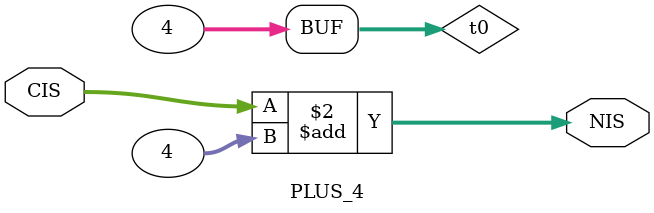
<source format=sv>
`timescale 1ns / 1ps


module PLUS_4(
    input [31:0] CIS,
    output logic [31:0] NIS
    );

logic [31:0] t0;
assign t0 = 'h00000004;         // continuously assign decimal value 4 to variable t0

always_comb
    begin
    
        NIS <= CIS + t0;        // always add t0 to CIS, assign result to NIS
    
    end

endmodule

</source>
